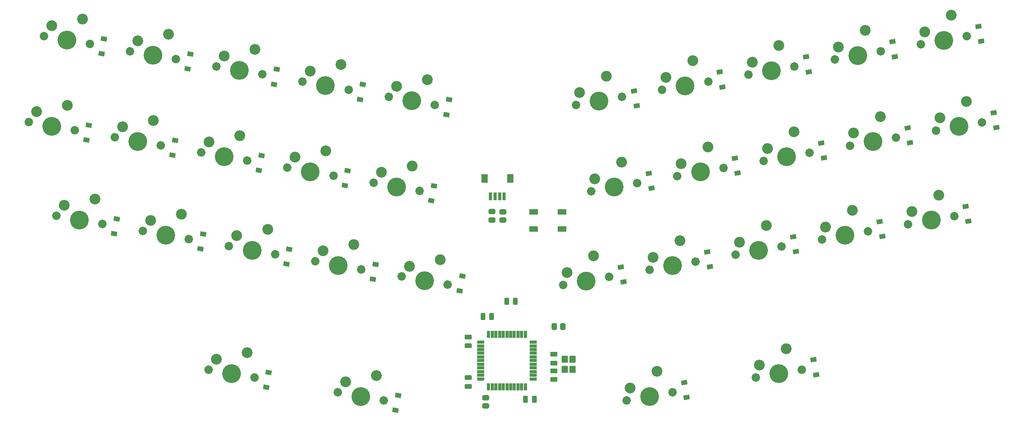
<source format=gbr>
%TF.GenerationSoftware,KiCad,Pcbnew,(6.0.4-0)*%
%TF.CreationDate,2023-01-13T14:19:42-08:00*%
%TF.ProjectId,AlphaStag,416c7068-6153-4746-9167-2e6b69636164,v1.0.0*%
%TF.SameCoordinates,Original*%
%TF.FileFunction,Soldermask,Bot*%
%TF.FilePolarity,Negative*%
%FSLAX46Y46*%
G04 Gerber Fmt 4.6, Leading zero omitted, Abs format (unit mm)*
G04 Created by KiCad (PCBNEW (6.0.4-0)) date 2023-01-13 14:19:42*
%MOMM*%
%LPD*%
G01*
G04 APERTURE LIST*
G04 Aperture macros list*
%AMRoundRect*
0 Rectangle with rounded corners*
0 $1 Rounding radius*
0 $2 $3 $4 $5 $6 $7 $8 $9 X,Y pos of 4 corners*
0 Add a 4 corners polygon primitive as box body*
4,1,4,$2,$3,$4,$5,$6,$7,$8,$9,$2,$3,0*
0 Add four circle primitives for the rounded corners*
1,1,$1+$1,$2,$3*
1,1,$1+$1,$4,$5*
1,1,$1+$1,$6,$7*
1,1,$1+$1,$8,$9*
0 Add four rect primitives between the rounded corners*
20,1,$1+$1,$2,$3,$4,$5,0*
20,1,$1+$1,$4,$5,$6,$7,0*
20,1,$1+$1,$6,$7,$8,$9,0*
20,1,$1+$1,$8,$9,$2,$3,0*%
G04 Aperture macros list end*
%ADD10C,4.087800*%
%ADD11C,1.850000*%
%ADD12C,2.350000*%
%ADD13RoundRect,0.050000X0.900000X0.550000X-0.900000X0.550000X-0.900000X-0.550000X0.900000X-0.550000X0*%
%ADD14RoundRect,0.050000X0.669026X-0.338975X0.512743X0.547352X-0.669026X0.338975X-0.512743X-0.547352X0*%
%ADD15RoundRect,0.050000X0.512743X-0.547352X0.669026X0.338975X-0.512743X0.547352X-0.669026X-0.338975X0*%
%ADD16RoundRect,0.050000X-0.600000X-0.900000X0.600000X-0.900000X0.600000X0.900000X-0.600000X0.900000X0*%
%ADD17RoundRect,0.050000X-0.300000X-0.775000X0.300000X-0.775000X0.300000X0.775000X-0.300000X0.775000X0*%
%ADD18RoundRect,0.300000X-0.250000X-0.475000X0.250000X-0.475000X0.250000X0.475000X-0.250000X0.475000X0*%
%ADD19RoundRect,0.050000X0.600000X-0.700000X0.600000X0.700000X-0.600000X0.700000X-0.600000X-0.700000X0*%
%ADD20RoundRect,0.300000X-0.475000X0.250000X-0.475000X-0.250000X0.475000X-0.250000X0.475000X0.250000X0*%
%ADD21RoundRect,0.050000X-0.275000X0.750000X-0.275000X-0.750000X0.275000X-0.750000X0.275000X0.750000X0*%
%ADD22RoundRect,0.050000X0.750000X0.275000X-0.750000X0.275000X-0.750000X-0.275000X0.750000X-0.275000X0*%
%ADD23RoundRect,0.300000X-0.450000X0.262500X-0.450000X-0.262500X0.450000X-0.262500X0.450000X0.262500X0*%
%ADD24RoundRect,0.300000X0.475000X-0.250000X0.475000X0.250000X-0.475000X0.250000X-0.475000X-0.250000X0*%
%ADD25RoundRect,0.300000X-0.262500X-0.450000X0.262500X-0.450000X0.262500X0.450000X-0.262500X0.450000X0*%
%ADD26RoundRect,0.300000X0.250000X0.475000X-0.250000X0.475000X-0.250000X-0.475000X0.250000X-0.475000X0*%
G04 APERTURE END LIST*
D10*
%TO.C,MX20*%
X226261958Y-46311593D03*
D11*
X231264781Y-45429460D03*
X221259135Y-47193726D03*
D12*
X222068774Y-44471781D03*
X227881237Y-40867703D03*
%TD*%
D11*
%TO.C,MX17*%
X164977372Y-57117719D03*
D10*
X169980195Y-56235586D03*
D11*
X174983018Y-55353453D03*
D12*
X165787011Y-54395774D03*
X171599474Y-50791696D03*
%TD*%
D11*
%TO.C,MX18*%
X183737960Y-53809721D03*
X193743606Y-52045455D03*
D10*
X188740783Y-52927588D03*
D12*
X184547599Y-51087776D03*
X190360062Y-47483698D03*
%TD*%
D11*
%TO.C,MX13*%
X61371056Y-51994276D03*
X71376702Y-53758542D03*
D10*
X66373879Y-52876409D03*
D12*
X63062828Y-49713398D03*
X69757423Y-48314652D03*
%TD*%
D10*
%TO.C,MX10*%
X222953960Y-27551005D03*
D11*
X227956783Y-26668872D03*
X217951137Y-28433138D03*
D12*
X218760776Y-25711193D03*
X224573239Y-22107115D03*
%TD*%
D10*
%TO.C,MX4*%
X88442465Y-37423819D03*
D11*
X93445288Y-38305952D03*
X83439642Y-36541686D03*
D12*
X85131414Y-34260808D03*
X91826009Y-32862062D03*
%TD*%
D11*
%TO.C,MX27*%
X158905076Y-77532306D03*
X168910722Y-75768040D03*
D10*
X163907899Y-76650173D03*
D12*
X159714715Y-74810361D03*
X165527178Y-71206283D03*
%TD*%
D10*
%TO.C,MX15*%
X103895054Y-59492405D03*
D11*
X98892231Y-58610272D03*
X108897877Y-60374538D03*
D12*
X100584003Y-56329394D03*
X107278598Y-54930648D03*
%TD*%
D10*
%TO.C,MX1*%
X32160701Y-27499826D03*
D11*
X37163524Y-28381959D03*
X27157878Y-26617693D03*
D12*
X28849650Y-24336815D03*
X35544245Y-22938069D03*
%TD*%
D11*
%TO.C,MX25*%
X114970174Y-80789125D03*
X104964528Y-79024859D03*
D10*
X109967351Y-79906992D03*
D12*
X106656300Y-76743981D03*
X113350895Y-75345235D03*
%TD*%
D10*
%TO.C,MX3*%
X69681877Y-34115822D03*
D11*
X74684700Y-34997955D03*
X64679054Y-33233689D03*
D12*
X66370826Y-30952811D03*
X73065421Y-29554065D03*
%TD*%
D11*
%TO.C,MX31*%
X72975910Y-101027631D03*
D10*
X67973087Y-100145498D03*
D11*
X62970264Y-99263365D03*
D12*
X64662036Y-96982487D03*
X71356631Y-95583741D03*
%TD*%
D11*
%TO.C,MX24*%
X96209586Y-77481127D03*
X86203940Y-75716861D03*
D10*
X91206763Y-76598994D03*
D12*
X87895712Y-73435983D03*
X94590307Y-72037237D03*
%TD*%
D11*
%TO.C,MX16*%
X156222430Y-58661451D03*
X146216784Y-60425717D03*
D10*
X151219607Y-59543584D03*
D12*
X147026423Y-57703772D03*
X152838886Y-54099694D03*
%TD*%
D11*
%TO.C,MX21*%
X39927823Y-67557133D03*
D10*
X34925000Y-66675000D03*
D11*
X29922177Y-65792867D03*
D12*
X31613949Y-63511989D03*
X38308544Y-62113243D03*
%TD*%
D10*
%TO.C,MX32*%
X96113969Y-105107494D03*
D11*
X101116792Y-105989627D03*
X91111146Y-104225361D03*
D12*
X92802918Y-101944483D03*
X99497513Y-100545737D03*
%TD*%
D11*
%TO.C,MX9*%
X209196195Y-29976870D03*
X199190549Y-31741136D03*
D10*
X204193372Y-30859003D03*
D12*
X200000188Y-29019191D03*
X205812651Y-25415113D03*
%TD*%
D10*
%TO.C,MX2*%
X50921289Y-30807824D03*
D11*
X45918466Y-29925691D03*
X55924112Y-31689957D03*
D12*
X47610238Y-27644813D03*
X54304833Y-26246067D03*
%TD*%
D10*
%TO.C,MX30*%
X220189662Y-66726179D03*
D11*
X215186839Y-67608312D03*
X225192485Y-65844046D03*
D12*
X215996478Y-64886367D03*
X221808941Y-61282289D03*
%TD*%
D11*
%TO.C,MX34*%
X192038410Y-99263365D03*
D10*
X187035587Y-100145498D03*
D11*
X182032764Y-101027631D03*
D12*
X182842403Y-98305686D03*
X188654866Y-94701608D03*
%TD*%
D11*
%TO.C,MX5*%
X102200229Y-39849684D03*
D10*
X107203052Y-40731817D03*
D11*
X112205875Y-41613950D03*
D12*
X103892001Y-37568806D03*
X110586596Y-36170060D03*
%TD*%
D11*
%TO.C,MX28*%
X177665663Y-74224308D03*
D10*
X182668486Y-73342175D03*
D11*
X187671309Y-72460042D03*
D12*
X178475302Y-71502363D03*
X184287765Y-67898285D03*
%TD*%
D11*
%TO.C,MX29*%
X196426251Y-70916310D03*
X206431897Y-69152044D03*
D10*
X201429074Y-70034177D03*
D12*
X197235890Y-68194365D03*
X203048353Y-64590287D03*
%TD*%
D11*
%TO.C,MX7*%
X161669374Y-38357131D03*
X171675020Y-36592865D03*
D10*
X166672197Y-37474998D03*
D12*
X162479013Y-35635186D03*
X168291476Y-32031108D03*
%TD*%
D11*
%TO.C,MX26*%
X150150134Y-79076037D03*
X140144488Y-80840303D03*
D10*
X145147311Y-79958170D03*
D12*
X140954127Y-78118358D03*
X146766590Y-74514280D03*
%TD*%
D11*
%TO.C,MX19*%
X212504193Y-48737457D03*
D10*
X207501370Y-49619590D03*
D11*
X202498547Y-50501723D03*
D12*
X203308186Y-47779778D03*
X209120649Y-44175700D03*
%TD*%
D11*
%TO.C,MX8*%
X180429962Y-35049133D03*
X190435608Y-33284867D03*
D10*
X185432785Y-34167000D03*
D12*
X181239601Y-32327188D03*
X187052064Y-28723110D03*
%TD*%
D11*
%TO.C,MX12*%
X42610468Y-48686279D03*
X52616114Y-50450545D03*
D10*
X47613291Y-49568412D03*
D12*
X44302240Y-46405401D03*
X50996835Y-45006655D03*
%TD*%
D11*
%TO.C,MX11*%
X33855527Y-47142547D03*
D10*
X28852704Y-46260414D03*
D11*
X23849881Y-45378281D03*
D12*
X25541653Y-43097403D03*
X32236248Y-41698657D03*
%TD*%
D11*
%TO.C,MX22*%
X48682764Y-69100865D03*
X58688410Y-70865131D03*
D10*
X53685587Y-69982998D03*
D12*
X50374536Y-66819987D03*
X57069131Y-65421241D03*
%TD*%
D10*
%TO.C,MX6*%
X147911609Y-40782996D03*
D11*
X152914432Y-39900863D03*
X142908786Y-41665129D03*
D12*
X143718425Y-38943184D03*
X149530888Y-35339106D03*
%TD*%
D11*
%TO.C,MX23*%
X77448998Y-74173129D03*
D10*
X72446175Y-73290996D03*
D11*
X67443352Y-72408863D03*
D12*
X69135124Y-70127985D03*
X75829719Y-68729239D03*
%TD*%
D11*
%TO.C,MX33*%
X153891883Y-105989628D03*
D10*
X158894706Y-105107495D03*
D11*
X163897529Y-104225362D03*
D12*
X154701522Y-103267683D03*
X160513985Y-99663605D03*
%TD*%
D11*
%TO.C,MX14*%
X80131644Y-55302274D03*
X90137290Y-57066540D03*
D10*
X85134467Y-56184407D03*
D12*
X81823416Y-53021396D03*
X88518011Y-51622650D03*
%TD*%
D13*
%TO.C,SW1*%
X139900000Y-64950000D03*
X133700000Y-64950000D03*
X133700000Y-68650000D03*
X139900000Y-68650000D03*
%TD*%
D14*
%TO.C,D29*%
X209532505Y-70280778D03*
X208959467Y-67030912D03*
%TD*%
D15*
%TO.C,D15*%
X111425447Y-62495670D03*
X111998485Y-59245804D03*
%TD*%
D14*
%TO.C,D9*%
X212296803Y-31105603D03*
X211723765Y-27855737D03*
%TD*%
%TO.C,D6*%
X156152873Y-41811288D03*
X155579835Y-38561422D03*
%TD*%
D15*
%TO.C,D24*%
X98737155Y-79602259D03*
X99310193Y-76352393D03*
%TD*%
D14*
%TO.C,D27*%
X172011329Y-76896773D03*
X171438291Y-73646907D03*
%TD*%
D15*
%TO.C,D32*%
X103644361Y-108110760D03*
X104217399Y-104860894D03*
%TD*%
D16*
%TO.C,J1*%
X123001748Y-57637500D03*
X128601748Y-57637500D03*
D17*
X124301748Y-61512500D03*
X125301748Y-61512500D03*
X126301748Y-61512500D03*
X127301748Y-61512500D03*
%TD*%
D18*
%TO.C,C6*%
X131956250Y-105775000D03*
X133856250Y-105775000D03*
%TD*%
D15*
%TO.C,D4*%
X95972857Y-40427085D03*
X96545895Y-37177219D03*
%TD*%
D19*
%TO.C,Y1*%
X140450000Y-99200000D03*
X140450000Y-97000000D03*
X142150000Y-97000000D03*
X142150000Y-99200000D03*
%TD*%
D14*
%TO.C,D19*%
X215604801Y-49866191D03*
X215031763Y-46616325D03*
%TD*%
D20*
%TO.C,C2*%
X138100000Y-95950000D03*
X138100000Y-97850000D03*
%TD*%
D14*
%TO.C,D10*%
X231057391Y-27797605D03*
X230484353Y-24547739D03*
%TD*%
D15*
%TO.C,D5*%
X114733445Y-43735083D03*
X115306483Y-40485217D03*
%TD*%
D21*
%TO.C,U2*%
X123900000Y-91600000D03*
X124700000Y-91600000D03*
X125500000Y-91600000D03*
X126300000Y-91600000D03*
X127100000Y-91600000D03*
X127900000Y-91600000D03*
X128700000Y-91600000D03*
X129500000Y-91600000D03*
X130300000Y-91600000D03*
X131100000Y-91600000D03*
X131900000Y-91600000D03*
D22*
X133600000Y-93300000D03*
X133600000Y-94100000D03*
X133600000Y-94900000D03*
X133600000Y-95700000D03*
X133600000Y-96500000D03*
X133600000Y-97300000D03*
X133600000Y-98100000D03*
X133600000Y-98900000D03*
X133600000Y-99700000D03*
X133600000Y-100500000D03*
X133600000Y-101300000D03*
D21*
X131900000Y-103000000D03*
X131100000Y-103000000D03*
X130300000Y-103000000D03*
X129500000Y-103000000D03*
X128700000Y-103000000D03*
X127900000Y-103000000D03*
X127100000Y-103000000D03*
X126300000Y-103000000D03*
X125500000Y-103000000D03*
X124700000Y-103000000D03*
X123900000Y-103000000D03*
D22*
X122200000Y-101300000D03*
X122200000Y-100500000D03*
X122200000Y-99700000D03*
X122200000Y-98900000D03*
X122200000Y-98100000D03*
X122200000Y-97300000D03*
X122200000Y-96500000D03*
X122200000Y-95700000D03*
X122200000Y-94900000D03*
X122200000Y-94100000D03*
X122200000Y-93300000D03*
%TD*%
D15*
%TO.C,D1*%
X39691094Y-30503092D03*
X40264132Y-27253226D03*
%TD*%
D23*
%TO.C,R3*%
X124601748Y-64875000D03*
X124601748Y-66700000D03*
%TD*%
D14*
%TO.C,D33*%
X166998136Y-105354096D03*
X166425098Y-102104230D03*
%TD*%
D23*
%TO.C,R4*%
X123306250Y-105362500D03*
X123306250Y-107187500D03*
%TD*%
D15*
%TO.C,D14*%
X92664859Y-59187673D03*
X93237897Y-55937807D03*
%TD*%
D14*
%TO.C,D17*%
X178083625Y-56482187D03*
X177510587Y-53232321D03*
%TD*%
D15*
%TO.C,D22*%
X61215980Y-72986264D03*
X61789018Y-69736398D03*
%TD*%
D14*
%TO.C,D30*%
X228293092Y-66972780D03*
X227720054Y-63722914D03*
%TD*%
%TO.C,D8*%
X193536215Y-34413601D03*
X192963177Y-31163735D03*
%TD*%
%TO.C,D26*%
X153250742Y-80204771D03*
X152677704Y-76954905D03*
%TD*%
D24*
%TO.C,C1*%
X138100000Y-101450000D03*
X138100000Y-99550000D03*
%TD*%
D18*
%TO.C,C4*%
X127856250Y-84375000D03*
X129756250Y-84375000D03*
%TD*%
D14*
%TO.C,D18*%
X196844213Y-53174189D03*
X196271175Y-49924323D03*
%TD*%
D15*
%TO.C,D23*%
X79976568Y-76294261D03*
X80549606Y-73044395D03*
%TD*%
%TO.C,D2*%
X58451682Y-33811089D03*
X59024720Y-30561223D03*
%TD*%
D20*
%TO.C,C5*%
X119500000Y-92150000D03*
X119500000Y-94050000D03*
%TD*%
D14*
%TO.C,D20*%
X234365388Y-46558193D03*
X233792350Y-43308327D03*
%TD*%
%TO.C,D16*%
X159323038Y-59790184D03*
X158750000Y-56540318D03*
%TD*%
D25*
%TO.C,R1*%
X138193750Y-89875000D03*
X140018750Y-89875000D03*
%TD*%
D23*
%TO.C,R2*%
X127000000Y-64887500D03*
X127000000Y-66712500D03*
%TD*%
D14*
%TO.C,D7*%
X174775628Y-37721599D03*
X174202590Y-34471733D03*
%TD*%
D15*
%TO.C,D3*%
X77212269Y-37119087D03*
X77785307Y-33869221D03*
%TD*%
D14*
%TO.C,D34*%
X195139018Y-100392099D03*
X194565980Y-97142233D03*
%TD*%
D15*
%TO.C,D31*%
X75503480Y-103148763D03*
X76076518Y-99898897D03*
%TD*%
%TO.C,D25*%
X117635576Y-82128566D03*
X118208614Y-78878700D03*
%TD*%
%TO.C,D11*%
X36383096Y-49263679D03*
X36956134Y-46013813D03*
%TD*%
%TO.C,D21*%
X42455392Y-69678266D03*
X43028430Y-66428400D03*
%TD*%
D26*
%TO.C,C8*%
X124550000Y-87700000D03*
X122650000Y-87700000D03*
%TD*%
D15*
%TO.C,D13*%
X73904272Y-55879675D03*
X74477310Y-52629809D03*
%TD*%
D24*
%TO.C,C7*%
X119506250Y-102925000D03*
X119506250Y-101025000D03*
%TD*%
D14*
%TO.C,D28*%
X190771917Y-73588775D03*
X190198879Y-70338909D03*
%TD*%
D15*
%TO.C,D12*%
X55143684Y-52571677D03*
X55716722Y-49321811D03*
%TD*%
M02*

</source>
